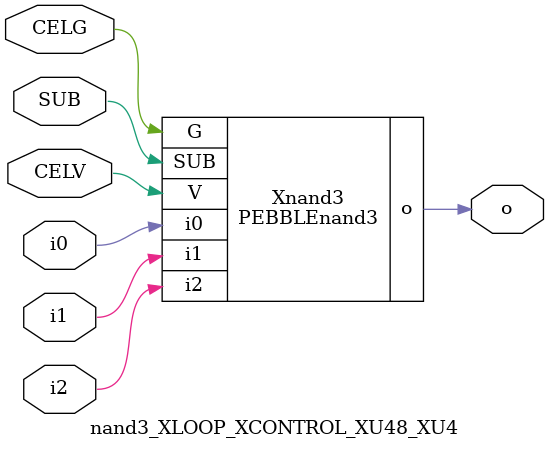
<source format=v>



module PEBBLEnand3 ( o, G, SUB, V, i0, i1, i2 );

  input i0;
  input V;
  input i2;
  input i1;
  input G;
  output o;
  input SUB;
endmodule

//Celera Confidential Do Not Copy nand3_XLOOP_XCONTROL_XU48_XU4
//Celera Confidential Symbol Generator
//5V Inverter
module nand3_XLOOP_XCONTROL_XU48_XU4 (CELV,CELG,i0,i1,i2,o,SUB);
input CELV;
input CELG;
input i0;
input i1;
input i2;
input SUB;
output o;

//Celera Confidential Do Not Copy nand3
PEBBLEnand3 Xnand3(
.V (CELV),
.i0 (i0),
.i1 (i1),
.i2 (i2),
.o (o),
.SUB (SUB),
.G (CELG)
);
//,diesize,PEBBLEnand3

//Celera Confidential Do Not Copy Module End
//Celera Schematic Generator
endmodule

</source>
